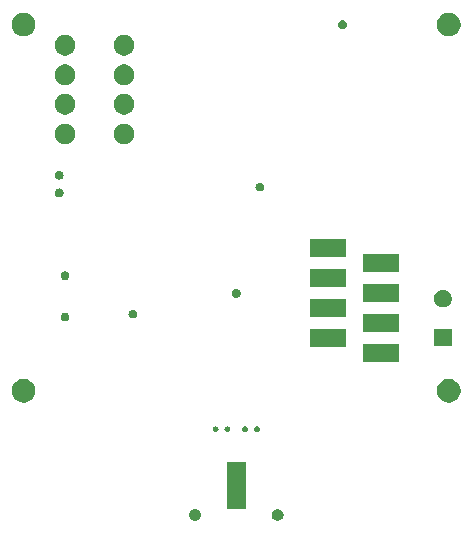
<source format=gbr>
%TF.GenerationSoftware,KiCad,Pcbnew,5.0.1-33cea8e~67~ubuntu18.04.1*%
%TF.CreationDate,2019-01-09T21:02:38+01:00*%
%TF.ProjectId,hvac-sensor-module,687661632D73656E736F722D6D6F6475,1.0*%
%TF.SameCoordinates,Original*%
%TF.FileFunction,Soldermask,Bot*%
%TF.FilePolarity,Negative*%
%FSLAX46Y46*%
G04 Gerber Fmt 4.6, Leading zero omitted, Abs format (unit mm)*
G04 Created by KiCad (PCBNEW 5.0.1-33cea8e~67~ubuntu18.04.1) date Mi 09 Jan 2019 21:02:38 CET*
%MOMM*%
%LPD*%
G01*
G04 APERTURE LIST*
%ADD10C,0.100000*%
G04 APERTURE END LIST*
D10*
G36*
X148645845Y-123019215D02*
X148736839Y-123056906D01*
X148817640Y-123110896D01*
X148818734Y-123111627D01*
X148888373Y-123181266D01*
X148943095Y-123263163D01*
X148980785Y-123354155D01*
X149000000Y-123450755D01*
X149000000Y-123549245D01*
X148980785Y-123645845D01*
X148943095Y-123736837D01*
X148888373Y-123818734D01*
X148818734Y-123888373D01*
X148818731Y-123888375D01*
X148736839Y-123943094D01*
X148645845Y-123980785D01*
X148549246Y-124000000D01*
X148450754Y-124000000D01*
X148354155Y-123980785D01*
X148263161Y-123943094D01*
X148181269Y-123888375D01*
X148181266Y-123888373D01*
X148111627Y-123818734D01*
X148056905Y-123736837D01*
X148019215Y-123645845D01*
X148000000Y-123549245D01*
X148000000Y-123450755D01*
X148019215Y-123354155D01*
X148056905Y-123263163D01*
X148111627Y-123181266D01*
X148181266Y-123111627D01*
X148182360Y-123110896D01*
X148263161Y-123056906D01*
X148354155Y-123019215D01*
X148450754Y-123000000D01*
X148549246Y-123000000D01*
X148645845Y-123019215D01*
X148645845Y-123019215D01*
G37*
G36*
X141645845Y-123019215D02*
X141736839Y-123056906D01*
X141817640Y-123110896D01*
X141818734Y-123111627D01*
X141888373Y-123181266D01*
X141943095Y-123263163D01*
X141980785Y-123354155D01*
X142000000Y-123450755D01*
X142000000Y-123549245D01*
X141980785Y-123645845D01*
X141943095Y-123736837D01*
X141888373Y-123818734D01*
X141818734Y-123888373D01*
X141818731Y-123888375D01*
X141736839Y-123943094D01*
X141645845Y-123980785D01*
X141549246Y-124000000D01*
X141450754Y-124000000D01*
X141354155Y-123980785D01*
X141263161Y-123943094D01*
X141181269Y-123888375D01*
X141181266Y-123888373D01*
X141111627Y-123818734D01*
X141056905Y-123736837D01*
X141019215Y-123645845D01*
X141000000Y-123549245D01*
X141000000Y-123450755D01*
X141019215Y-123354155D01*
X141056905Y-123263163D01*
X141111627Y-123181266D01*
X141181266Y-123111627D01*
X141182360Y-123110896D01*
X141263161Y-123056906D01*
X141354155Y-123019215D01*
X141450754Y-123000000D01*
X141549246Y-123000000D01*
X141645845Y-123019215D01*
X141645845Y-123019215D01*
G37*
G36*
X145800000Y-123000000D02*
X144200000Y-123000000D01*
X144200000Y-119000000D01*
X145800000Y-119000000D01*
X145800000Y-123000000D01*
X145800000Y-123000000D01*
G37*
G36*
X144286698Y-116002402D02*
X144322922Y-116009607D01*
X144368420Y-116028453D01*
X144409366Y-116055812D01*
X144444188Y-116090634D01*
X144471547Y-116131580D01*
X144490393Y-116177078D01*
X144500000Y-116225377D01*
X144500000Y-116274623D01*
X144490393Y-116322922D01*
X144471547Y-116368420D01*
X144444188Y-116409366D01*
X144409366Y-116444188D01*
X144368420Y-116471547D01*
X144322922Y-116490393D01*
X144286698Y-116497598D01*
X144274624Y-116500000D01*
X144225376Y-116500000D01*
X144213302Y-116497598D01*
X144177078Y-116490393D01*
X144131580Y-116471547D01*
X144090634Y-116444188D01*
X144055812Y-116409366D01*
X144028453Y-116368420D01*
X144009607Y-116322922D01*
X144000000Y-116274623D01*
X144000000Y-116225377D01*
X144009607Y-116177078D01*
X144028453Y-116131580D01*
X144055812Y-116090634D01*
X144090634Y-116055812D01*
X144131580Y-116028453D01*
X144177078Y-116009607D01*
X144213302Y-116002402D01*
X144225376Y-116000000D01*
X144274624Y-116000000D01*
X144286698Y-116002402D01*
X144286698Y-116002402D01*
G37*
G36*
X143286698Y-116002402D02*
X143322922Y-116009607D01*
X143368420Y-116028453D01*
X143409366Y-116055812D01*
X143444188Y-116090634D01*
X143471547Y-116131580D01*
X143490393Y-116177078D01*
X143500000Y-116225377D01*
X143500000Y-116274623D01*
X143490393Y-116322922D01*
X143471547Y-116368420D01*
X143444188Y-116409366D01*
X143409366Y-116444188D01*
X143368420Y-116471547D01*
X143322922Y-116490393D01*
X143286698Y-116497598D01*
X143274624Y-116500000D01*
X143225376Y-116500000D01*
X143213302Y-116497598D01*
X143177078Y-116490393D01*
X143131580Y-116471547D01*
X143090634Y-116444188D01*
X143055812Y-116409366D01*
X143028453Y-116368420D01*
X143009607Y-116322922D01*
X143000000Y-116274623D01*
X143000000Y-116225377D01*
X143009607Y-116177078D01*
X143028453Y-116131580D01*
X143055812Y-116090634D01*
X143090634Y-116055812D01*
X143131580Y-116028453D01*
X143177078Y-116009607D01*
X143213302Y-116002402D01*
X143225376Y-116000000D01*
X143274624Y-116000000D01*
X143286698Y-116002402D01*
X143286698Y-116002402D01*
G37*
G36*
X145786698Y-116002402D02*
X145822922Y-116009607D01*
X145868420Y-116028453D01*
X145909366Y-116055812D01*
X145944188Y-116090634D01*
X145971547Y-116131580D01*
X145990393Y-116177078D01*
X146000000Y-116225377D01*
X146000000Y-116274623D01*
X145990393Y-116322922D01*
X145971547Y-116368420D01*
X145944188Y-116409366D01*
X145909366Y-116444188D01*
X145868420Y-116471547D01*
X145822922Y-116490393D01*
X145786698Y-116497598D01*
X145774624Y-116500000D01*
X145725376Y-116500000D01*
X145713302Y-116497598D01*
X145677078Y-116490393D01*
X145631580Y-116471547D01*
X145590634Y-116444188D01*
X145555812Y-116409366D01*
X145528453Y-116368420D01*
X145509607Y-116322922D01*
X145500000Y-116274623D01*
X145500000Y-116225377D01*
X145509607Y-116177078D01*
X145528453Y-116131580D01*
X145555812Y-116090634D01*
X145590634Y-116055812D01*
X145631580Y-116028453D01*
X145677078Y-116009607D01*
X145713302Y-116002402D01*
X145725376Y-116000000D01*
X145774624Y-116000000D01*
X145786698Y-116002402D01*
X145786698Y-116002402D01*
G37*
G36*
X146786698Y-116002402D02*
X146822922Y-116009607D01*
X146868420Y-116028453D01*
X146909366Y-116055812D01*
X146944188Y-116090634D01*
X146971547Y-116131580D01*
X146990393Y-116177078D01*
X147000000Y-116225377D01*
X147000000Y-116274623D01*
X146990393Y-116322922D01*
X146971547Y-116368420D01*
X146944188Y-116409366D01*
X146909366Y-116444188D01*
X146868420Y-116471547D01*
X146822922Y-116490393D01*
X146786698Y-116497598D01*
X146774624Y-116500000D01*
X146725376Y-116500000D01*
X146713302Y-116497598D01*
X146677078Y-116490393D01*
X146631580Y-116471547D01*
X146590634Y-116444188D01*
X146555812Y-116409366D01*
X146528453Y-116368420D01*
X146509607Y-116322922D01*
X146500000Y-116274623D01*
X146500000Y-116225377D01*
X146509607Y-116177078D01*
X146528453Y-116131580D01*
X146555812Y-116090634D01*
X146590634Y-116055812D01*
X146631580Y-116028453D01*
X146677078Y-116009607D01*
X146713302Y-116002402D01*
X146725376Y-116000000D01*
X146774624Y-116000000D01*
X146786698Y-116002402D01*
X146786698Y-116002402D01*
G37*
G36*
X163175770Y-112015372D02*
X163291689Y-112038429D01*
X163473678Y-112113811D01*
X163637463Y-112223249D01*
X163776751Y-112362537D01*
X163886189Y-112526322D01*
X163961571Y-112708311D01*
X164000000Y-112901509D01*
X164000000Y-113098491D01*
X163961571Y-113291689D01*
X163886189Y-113473678D01*
X163776751Y-113637463D01*
X163637463Y-113776751D01*
X163473678Y-113886189D01*
X163291689Y-113961571D01*
X163175770Y-113984628D01*
X163098493Y-114000000D01*
X162901507Y-114000000D01*
X162824230Y-113984628D01*
X162708311Y-113961571D01*
X162526322Y-113886189D01*
X162362537Y-113776751D01*
X162223249Y-113637463D01*
X162113811Y-113473678D01*
X162038429Y-113291689D01*
X162000000Y-113098491D01*
X162000000Y-112901509D01*
X162038429Y-112708311D01*
X162113811Y-112526322D01*
X162223249Y-112362537D01*
X162362537Y-112223249D01*
X162526322Y-112113811D01*
X162708311Y-112038429D01*
X162824230Y-112015372D01*
X162901507Y-112000000D01*
X163098493Y-112000000D01*
X163175770Y-112015372D01*
X163175770Y-112015372D01*
G37*
G36*
X127175770Y-112015372D02*
X127291689Y-112038429D01*
X127473678Y-112113811D01*
X127637463Y-112223249D01*
X127776751Y-112362537D01*
X127886189Y-112526322D01*
X127961571Y-112708311D01*
X128000000Y-112901509D01*
X128000000Y-113098491D01*
X127961571Y-113291689D01*
X127886189Y-113473678D01*
X127776751Y-113637463D01*
X127637463Y-113776751D01*
X127473678Y-113886189D01*
X127291689Y-113961571D01*
X127175770Y-113984628D01*
X127098493Y-114000000D01*
X126901507Y-114000000D01*
X126824230Y-113984628D01*
X126708311Y-113961571D01*
X126526322Y-113886189D01*
X126362537Y-113776751D01*
X126223249Y-113637463D01*
X126113811Y-113473678D01*
X126038429Y-113291689D01*
X126000000Y-113098491D01*
X126000000Y-112901509D01*
X126038429Y-112708311D01*
X126113811Y-112526322D01*
X126223249Y-112362537D01*
X126362537Y-112223249D01*
X126526322Y-112113811D01*
X126708311Y-112038429D01*
X126824230Y-112015372D01*
X126901507Y-112000000D01*
X127098493Y-112000000D01*
X127175770Y-112015372D01*
X127175770Y-112015372D01*
G37*
G36*
X158750000Y-110560000D02*
X155750000Y-110560000D01*
X155750000Y-109060000D01*
X158750000Y-109060000D01*
X158750000Y-110560000D01*
X158750000Y-110560000D01*
G37*
G36*
X154250000Y-109290000D02*
X151250000Y-109290000D01*
X151250000Y-107790000D01*
X154250000Y-107790000D01*
X154250000Y-109290000D01*
X154250000Y-109290000D01*
G37*
G36*
X163250000Y-109250000D02*
X161750000Y-109250000D01*
X161750000Y-107750000D01*
X163250000Y-107750000D01*
X163250000Y-109250000D01*
X163250000Y-109250000D01*
G37*
G36*
X158750000Y-108020000D02*
X155750000Y-108020000D01*
X155750000Y-106520000D01*
X158750000Y-106520000D01*
X158750000Y-108020000D01*
X158750000Y-108020000D01*
G37*
G36*
X130609384Y-106389411D02*
X130677629Y-106417679D01*
X130739049Y-106458719D01*
X130791281Y-106510951D01*
X130832321Y-106572371D01*
X130860589Y-106640616D01*
X130875000Y-106713065D01*
X130875000Y-106786935D01*
X130860589Y-106859384D01*
X130832321Y-106927629D01*
X130791281Y-106989049D01*
X130739049Y-107041281D01*
X130677629Y-107082321D01*
X130609384Y-107110589D01*
X130536935Y-107125000D01*
X130463065Y-107125000D01*
X130390616Y-107110589D01*
X130322371Y-107082321D01*
X130260951Y-107041281D01*
X130208719Y-106989049D01*
X130167679Y-106927629D01*
X130139411Y-106859384D01*
X130125000Y-106786935D01*
X130125000Y-106713065D01*
X130139411Y-106640616D01*
X130167679Y-106572371D01*
X130208719Y-106510951D01*
X130260951Y-106458719D01*
X130322371Y-106417679D01*
X130390616Y-106389411D01*
X130463065Y-106375000D01*
X130536935Y-106375000D01*
X130609384Y-106389411D01*
X130609384Y-106389411D01*
G37*
G36*
X136359384Y-106139411D02*
X136427629Y-106167679D01*
X136489049Y-106208719D01*
X136541281Y-106260951D01*
X136582321Y-106322371D01*
X136610589Y-106390616D01*
X136625000Y-106463065D01*
X136625000Y-106536935D01*
X136610589Y-106609384D01*
X136582321Y-106677629D01*
X136541281Y-106739049D01*
X136489049Y-106791281D01*
X136427629Y-106832321D01*
X136359384Y-106860589D01*
X136286935Y-106875000D01*
X136213065Y-106875000D01*
X136140616Y-106860589D01*
X136072371Y-106832321D01*
X136010951Y-106791281D01*
X135958719Y-106739049D01*
X135917679Y-106677629D01*
X135889411Y-106609384D01*
X135875000Y-106536935D01*
X135875000Y-106463065D01*
X135889411Y-106390616D01*
X135917679Y-106322371D01*
X135958719Y-106260951D01*
X136010951Y-106208719D01*
X136072371Y-106167679D01*
X136140616Y-106139411D01*
X136213065Y-106125000D01*
X136286935Y-106125000D01*
X136359384Y-106139411D01*
X136359384Y-106139411D01*
G37*
G36*
X154250000Y-106750000D02*
X151250000Y-106750000D01*
X151250000Y-105250000D01*
X154250000Y-105250000D01*
X154250000Y-106750000D01*
X154250000Y-106750000D01*
G37*
G36*
X162646318Y-104464411D02*
X162718767Y-104478822D01*
X162775303Y-104502240D01*
X162855257Y-104535358D01*
X162978100Y-104617439D01*
X163082561Y-104721900D01*
X163164642Y-104844743D01*
X163221178Y-104981234D01*
X163250000Y-105126130D01*
X163250000Y-105273870D01*
X163221178Y-105418766D01*
X163164642Y-105555257D01*
X163082561Y-105678100D01*
X162978100Y-105782561D01*
X162855257Y-105864642D01*
X162775303Y-105897760D01*
X162718767Y-105921178D01*
X162646318Y-105935589D01*
X162573870Y-105950000D01*
X162426130Y-105950000D01*
X162353682Y-105935589D01*
X162281233Y-105921178D01*
X162224697Y-105897760D01*
X162144743Y-105864642D01*
X162021900Y-105782561D01*
X161917439Y-105678100D01*
X161835358Y-105555257D01*
X161778822Y-105418766D01*
X161750000Y-105273870D01*
X161750000Y-105126130D01*
X161778822Y-104981234D01*
X161835358Y-104844743D01*
X161917439Y-104721900D01*
X162021900Y-104617439D01*
X162144743Y-104535358D01*
X162224697Y-104502240D01*
X162281233Y-104478822D01*
X162353682Y-104464411D01*
X162426130Y-104450000D01*
X162573870Y-104450000D01*
X162646318Y-104464411D01*
X162646318Y-104464411D01*
G37*
G36*
X158750000Y-105480000D02*
X155750000Y-105480000D01*
X155750000Y-103980000D01*
X158750000Y-103980000D01*
X158750000Y-105480000D01*
X158750000Y-105480000D01*
G37*
G36*
X145109384Y-104389411D02*
X145177629Y-104417679D01*
X145239049Y-104458719D01*
X145291281Y-104510951D01*
X145332321Y-104572371D01*
X145360589Y-104640616D01*
X145375000Y-104713065D01*
X145375000Y-104786935D01*
X145360589Y-104859384D01*
X145332321Y-104927629D01*
X145291281Y-104989049D01*
X145239049Y-105041281D01*
X145177629Y-105082321D01*
X145109384Y-105110589D01*
X145036935Y-105125000D01*
X144963065Y-105125000D01*
X144890616Y-105110589D01*
X144822371Y-105082321D01*
X144760951Y-105041281D01*
X144708719Y-104989049D01*
X144667679Y-104927629D01*
X144639411Y-104859384D01*
X144625000Y-104786935D01*
X144625000Y-104713065D01*
X144639411Y-104640616D01*
X144667679Y-104572371D01*
X144708719Y-104510951D01*
X144760951Y-104458719D01*
X144822371Y-104417679D01*
X144890616Y-104389411D01*
X144963065Y-104375000D01*
X145036935Y-104375000D01*
X145109384Y-104389411D01*
X145109384Y-104389411D01*
G37*
G36*
X154250000Y-104210000D02*
X151250000Y-104210000D01*
X151250000Y-102710000D01*
X154250000Y-102710000D01*
X154250000Y-104210000D01*
X154250000Y-104210000D01*
G37*
G36*
X130609384Y-102889411D02*
X130677629Y-102917679D01*
X130739049Y-102958719D01*
X130791281Y-103010951D01*
X130832321Y-103072371D01*
X130860589Y-103140616D01*
X130875000Y-103213065D01*
X130875000Y-103286935D01*
X130860589Y-103359384D01*
X130832321Y-103427629D01*
X130791281Y-103489049D01*
X130739049Y-103541281D01*
X130677629Y-103582321D01*
X130609384Y-103610589D01*
X130536935Y-103625000D01*
X130463065Y-103625000D01*
X130390616Y-103610589D01*
X130322371Y-103582321D01*
X130260951Y-103541281D01*
X130208719Y-103489049D01*
X130167679Y-103427629D01*
X130139411Y-103359384D01*
X130125000Y-103286935D01*
X130125000Y-103213065D01*
X130139411Y-103140616D01*
X130167679Y-103072371D01*
X130208719Y-103010951D01*
X130260951Y-102958719D01*
X130322371Y-102917679D01*
X130390616Y-102889411D01*
X130463065Y-102875000D01*
X130536935Y-102875000D01*
X130609384Y-102889411D01*
X130609384Y-102889411D01*
G37*
G36*
X158750000Y-102940000D02*
X155750000Y-102940000D01*
X155750000Y-101440000D01*
X158750000Y-101440000D01*
X158750000Y-102940000D01*
X158750000Y-102940000D01*
G37*
G36*
X154250000Y-101670000D02*
X151250000Y-101670000D01*
X151250000Y-100170000D01*
X154250000Y-100170000D01*
X154250000Y-101670000D01*
X154250000Y-101670000D01*
G37*
G36*
X130109384Y-95889411D02*
X130177629Y-95917679D01*
X130239049Y-95958719D01*
X130291281Y-96010951D01*
X130332321Y-96072371D01*
X130360589Y-96140616D01*
X130375000Y-96213065D01*
X130375000Y-96286935D01*
X130360589Y-96359384D01*
X130332321Y-96427629D01*
X130291281Y-96489049D01*
X130239049Y-96541281D01*
X130177629Y-96582321D01*
X130109384Y-96610589D01*
X130036935Y-96625000D01*
X129963065Y-96625000D01*
X129890616Y-96610589D01*
X129822371Y-96582321D01*
X129760951Y-96541281D01*
X129708719Y-96489049D01*
X129667679Y-96427629D01*
X129639411Y-96359384D01*
X129625000Y-96286935D01*
X129625000Y-96213065D01*
X129639411Y-96140616D01*
X129667679Y-96072371D01*
X129708719Y-96010951D01*
X129760951Y-95958719D01*
X129822371Y-95917679D01*
X129890616Y-95889411D01*
X129963065Y-95875000D01*
X130036935Y-95875000D01*
X130109384Y-95889411D01*
X130109384Y-95889411D01*
G37*
G36*
X147109384Y-95389411D02*
X147177629Y-95417679D01*
X147239049Y-95458719D01*
X147291281Y-95510951D01*
X147332321Y-95572371D01*
X147360589Y-95640616D01*
X147375000Y-95713065D01*
X147375000Y-95786935D01*
X147360589Y-95859384D01*
X147332321Y-95927629D01*
X147291281Y-95989049D01*
X147239049Y-96041281D01*
X147177629Y-96082321D01*
X147109384Y-96110589D01*
X147036935Y-96125000D01*
X146963065Y-96125000D01*
X146890616Y-96110589D01*
X146822371Y-96082321D01*
X146760951Y-96041281D01*
X146708719Y-95989049D01*
X146667679Y-95927629D01*
X146639411Y-95859384D01*
X146625000Y-95786935D01*
X146625000Y-95713065D01*
X146639411Y-95640616D01*
X146667679Y-95572371D01*
X146708719Y-95510951D01*
X146760951Y-95458719D01*
X146822371Y-95417679D01*
X146890616Y-95389411D01*
X146963065Y-95375000D01*
X147036935Y-95375000D01*
X147109384Y-95389411D01*
X147109384Y-95389411D01*
G37*
G36*
X130109384Y-94389411D02*
X130177629Y-94417679D01*
X130239049Y-94458719D01*
X130291281Y-94510951D01*
X130332321Y-94572371D01*
X130360589Y-94640616D01*
X130375000Y-94713065D01*
X130375000Y-94786935D01*
X130360589Y-94859384D01*
X130332321Y-94927629D01*
X130291281Y-94989049D01*
X130239049Y-95041281D01*
X130177629Y-95082321D01*
X130109384Y-95110589D01*
X130036935Y-95125000D01*
X129963065Y-95125000D01*
X129890616Y-95110589D01*
X129822371Y-95082321D01*
X129760951Y-95041281D01*
X129708719Y-94989049D01*
X129667679Y-94927629D01*
X129639411Y-94859384D01*
X129625000Y-94786935D01*
X129625000Y-94713065D01*
X129639411Y-94640616D01*
X129667679Y-94572371D01*
X129708719Y-94510951D01*
X129760951Y-94458719D01*
X129822371Y-94417679D01*
X129890616Y-94389411D01*
X129963065Y-94375000D01*
X130036935Y-94375000D01*
X130109384Y-94389411D01*
X130109384Y-94389411D01*
G37*
G36*
X130755228Y-90408625D02*
X130914467Y-90474584D01*
X131057783Y-90570345D01*
X131179655Y-90692217D01*
X131275416Y-90835533D01*
X131341375Y-90994772D01*
X131375000Y-91163819D01*
X131375000Y-91336181D01*
X131341375Y-91505228D01*
X131275416Y-91664467D01*
X131179655Y-91807783D01*
X131057783Y-91929655D01*
X130914467Y-92025416D01*
X130755228Y-92091375D01*
X130586181Y-92125000D01*
X130413819Y-92125000D01*
X130244772Y-92091375D01*
X130085533Y-92025416D01*
X129942217Y-91929655D01*
X129820345Y-91807783D01*
X129724584Y-91664467D01*
X129658625Y-91505228D01*
X129625000Y-91336181D01*
X129625000Y-91163819D01*
X129658625Y-90994772D01*
X129724584Y-90835533D01*
X129820345Y-90692217D01*
X129942217Y-90570345D01*
X130085533Y-90474584D01*
X130244772Y-90408625D01*
X130413819Y-90375000D01*
X130586181Y-90375000D01*
X130755228Y-90408625D01*
X130755228Y-90408625D01*
G37*
G36*
X135755228Y-90408625D02*
X135914467Y-90474584D01*
X136057783Y-90570345D01*
X136179655Y-90692217D01*
X136275416Y-90835533D01*
X136341375Y-90994772D01*
X136375000Y-91163819D01*
X136375000Y-91336181D01*
X136341375Y-91505228D01*
X136275416Y-91664467D01*
X136179655Y-91807783D01*
X136057783Y-91929655D01*
X135914467Y-92025416D01*
X135755228Y-92091375D01*
X135586181Y-92125000D01*
X135413819Y-92125000D01*
X135244772Y-92091375D01*
X135085533Y-92025416D01*
X134942217Y-91929655D01*
X134820345Y-91807783D01*
X134724584Y-91664467D01*
X134658625Y-91505228D01*
X134625000Y-91336181D01*
X134625000Y-91163819D01*
X134658625Y-90994772D01*
X134724584Y-90835533D01*
X134820345Y-90692217D01*
X134942217Y-90570345D01*
X135085533Y-90474584D01*
X135244772Y-90408625D01*
X135413819Y-90375000D01*
X135586181Y-90375000D01*
X135755228Y-90408625D01*
X135755228Y-90408625D01*
G37*
G36*
X130755228Y-87908625D02*
X130914467Y-87974584D01*
X131057783Y-88070345D01*
X131179655Y-88192217D01*
X131275416Y-88335533D01*
X131341375Y-88494772D01*
X131375000Y-88663819D01*
X131375000Y-88836181D01*
X131341375Y-89005228D01*
X131275416Y-89164467D01*
X131179655Y-89307783D01*
X131057783Y-89429655D01*
X130914467Y-89525416D01*
X130755228Y-89591375D01*
X130586181Y-89625000D01*
X130413819Y-89625000D01*
X130244772Y-89591375D01*
X130085533Y-89525416D01*
X129942217Y-89429655D01*
X129820345Y-89307783D01*
X129724584Y-89164467D01*
X129658625Y-89005228D01*
X129625000Y-88836181D01*
X129625000Y-88663819D01*
X129658625Y-88494772D01*
X129724584Y-88335533D01*
X129820345Y-88192217D01*
X129942217Y-88070345D01*
X130085533Y-87974584D01*
X130244772Y-87908625D01*
X130413819Y-87875000D01*
X130586181Y-87875000D01*
X130755228Y-87908625D01*
X130755228Y-87908625D01*
G37*
G36*
X135755228Y-87908625D02*
X135914467Y-87974584D01*
X136057783Y-88070345D01*
X136179655Y-88192217D01*
X136275416Y-88335533D01*
X136341375Y-88494772D01*
X136375000Y-88663819D01*
X136375000Y-88836181D01*
X136341375Y-89005228D01*
X136275416Y-89164467D01*
X136179655Y-89307783D01*
X136057783Y-89429655D01*
X135914467Y-89525416D01*
X135755228Y-89591375D01*
X135586181Y-89625000D01*
X135413819Y-89625000D01*
X135244772Y-89591375D01*
X135085533Y-89525416D01*
X134942217Y-89429655D01*
X134820345Y-89307783D01*
X134724584Y-89164467D01*
X134658625Y-89005228D01*
X134625000Y-88836181D01*
X134625000Y-88663819D01*
X134658625Y-88494772D01*
X134724584Y-88335533D01*
X134820345Y-88192217D01*
X134942217Y-88070345D01*
X135085533Y-87974584D01*
X135244772Y-87908625D01*
X135413819Y-87875000D01*
X135586181Y-87875000D01*
X135755228Y-87908625D01*
X135755228Y-87908625D01*
G37*
G36*
X130755228Y-85408625D02*
X130914467Y-85474584D01*
X131057783Y-85570345D01*
X131179655Y-85692217D01*
X131275416Y-85835533D01*
X131341375Y-85994772D01*
X131375000Y-86163819D01*
X131375000Y-86336181D01*
X131341375Y-86505228D01*
X131275416Y-86664467D01*
X131179655Y-86807783D01*
X131057783Y-86929655D01*
X130914467Y-87025416D01*
X130755228Y-87091375D01*
X130586181Y-87125000D01*
X130413819Y-87125000D01*
X130244772Y-87091375D01*
X130085533Y-87025416D01*
X129942217Y-86929655D01*
X129820345Y-86807783D01*
X129724584Y-86664467D01*
X129658625Y-86505228D01*
X129625000Y-86336181D01*
X129625000Y-86163819D01*
X129658625Y-85994772D01*
X129724584Y-85835533D01*
X129820345Y-85692217D01*
X129942217Y-85570345D01*
X130085533Y-85474584D01*
X130244772Y-85408625D01*
X130413819Y-85375000D01*
X130586181Y-85375000D01*
X130755228Y-85408625D01*
X130755228Y-85408625D01*
G37*
G36*
X135755228Y-85408625D02*
X135914467Y-85474584D01*
X136057783Y-85570345D01*
X136179655Y-85692217D01*
X136275416Y-85835533D01*
X136341375Y-85994772D01*
X136375000Y-86163819D01*
X136375000Y-86336181D01*
X136341375Y-86505228D01*
X136275416Y-86664467D01*
X136179655Y-86807783D01*
X136057783Y-86929655D01*
X135914467Y-87025416D01*
X135755228Y-87091375D01*
X135586181Y-87125000D01*
X135413819Y-87125000D01*
X135244772Y-87091375D01*
X135085533Y-87025416D01*
X134942217Y-86929655D01*
X134820345Y-86807783D01*
X134724584Y-86664467D01*
X134658625Y-86505228D01*
X134625000Y-86336181D01*
X134625000Y-86163819D01*
X134658625Y-85994772D01*
X134724584Y-85835533D01*
X134820345Y-85692217D01*
X134942217Y-85570345D01*
X135085533Y-85474584D01*
X135244772Y-85408625D01*
X135413819Y-85375000D01*
X135586181Y-85375000D01*
X135755228Y-85408625D01*
X135755228Y-85408625D01*
G37*
G36*
X135755228Y-82908625D02*
X135914467Y-82974584D01*
X136057783Y-83070345D01*
X136179655Y-83192217D01*
X136275416Y-83335533D01*
X136341375Y-83494772D01*
X136375000Y-83663819D01*
X136375000Y-83836181D01*
X136341375Y-84005228D01*
X136275416Y-84164467D01*
X136179655Y-84307783D01*
X136057783Y-84429655D01*
X135914467Y-84525416D01*
X135755228Y-84591375D01*
X135586181Y-84625000D01*
X135413819Y-84625000D01*
X135244772Y-84591375D01*
X135085533Y-84525416D01*
X134942217Y-84429655D01*
X134820345Y-84307783D01*
X134724584Y-84164467D01*
X134658625Y-84005228D01*
X134625000Y-83836181D01*
X134625000Y-83663819D01*
X134658625Y-83494772D01*
X134724584Y-83335533D01*
X134820345Y-83192217D01*
X134942217Y-83070345D01*
X135085533Y-82974584D01*
X135244772Y-82908625D01*
X135413819Y-82875000D01*
X135586181Y-82875000D01*
X135755228Y-82908625D01*
X135755228Y-82908625D01*
G37*
G36*
X130755228Y-82908625D02*
X130914467Y-82974584D01*
X131057783Y-83070345D01*
X131179655Y-83192217D01*
X131275416Y-83335533D01*
X131341375Y-83494772D01*
X131375000Y-83663819D01*
X131375000Y-83836181D01*
X131341375Y-84005228D01*
X131275416Y-84164467D01*
X131179655Y-84307783D01*
X131057783Y-84429655D01*
X130914467Y-84525416D01*
X130755228Y-84591375D01*
X130586181Y-84625000D01*
X130413819Y-84625000D01*
X130244772Y-84591375D01*
X130085533Y-84525416D01*
X129942217Y-84429655D01*
X129820345Y-84307783D01*
X129724584Y-84164467D01*
X129658625Y-84005228D01*
X129625000Y-83836181D01*
X129625000Y-83663819D01*
X129658625Y-83494772D01*
X129724584Y-83335533D01*
X129820345Y-83192217D01*
X129942217Y-83070345D01*
X130085533Y-82974584D01*
X130244772Y-82908625D01*
X130413819Y-82875000D01*
X130586181Y-82875000D01*
X130755228Y-82908625D01*
X130755228Y-82908625D01*
G37*
G36*
X163175770Y-81015372D02*
X163291689Y-81038429D01*
X163473678Y-81113811D01*
X163637463Y-81223249D01*
X163776751Y-81362537D01*
X163886189Y-81526322D01*
X163961571Y-81708311D01*
X163984259Y-81822371D01*
X164000000Y-81901507D01*
X164000000Y-82098493D01*
X163984628Y-82175770D01*
X163961571Y-82291689D01*
X163886189Y-82473678D01*
X163776751Y-82637463D01*
X163637463Y-82776751D01*
X163473678Y-82886189D01*
X163291689Y-82961571D01*
X163175770Y-82984628D01*
X163098493Y-83000000D01*
X162901507Y-83000000D01*
X162824230Y-82984628D01*
X162708311Y-82961571D01*
X162526322Y-82886189D01*
X162362537Y-82776751D01*
X162223249Y-82637463D01*
X162113811Y-82473678D01*
X162038429Y-82291689D01*
X162015372Y-82175770D01*
X162000000Y-82098493D01*
X162000000Y-81901507D01*
X162015741Y-81822371D01*
X162038429Y-81708311D01*
X162113811Y-81526322D01*
X162223249Y-81362537D01*
X162362537Y-81223249D01*
X162526322Y-81113811D01*
X162708311Y-81038429D01*
X162824230Y-81015372D01*
X162901507Y-81000000D01*
X163098493Y-81000000D01*
X163175770Y-81015372D01*
X163175770Y-81015372D01*
G37*
G36*
X127175770Y-81015372D02*
X127291689Y-81038429D01*
X127473678Y-81113811D01*
X127637463Y-81223249D01*
X127776751Y-81362537D01*
X127886189Y-81526322D01*
X127961571Y-81708311D01*
X127984259Y-81822371D01*
X128000000Y-81901507D01*
X128000000Y-82098493D01*
X127984628Y-82175770D01*
X127961571Y-82291689D01*
X127886189Y-82473678D01*
X127776751Y-82637463D01*
X127637463Y-82776751D01*
X127473678Y-82886189D01*
X127291689Y-82961571D01*
X127175770Y-82984628D01*
X127098493Y-83000000D01*
X126901507Y-83000000D01*
X126824230Y-82984628D01*
X126708311Y-82961571D01*
X126526322Y-82886189D01*
X126362537Y-82776751D01*
X126223249Y-82637463D01*
X126113811Y-82473678D01*
X126038429Y-82291689D01*
X126015372Y-82175770D01*
X126000000Y-82098493D01*
X126000000Y-81901507D01*
X126015741Y-81822371D01*
X126038429Y-81708311D01*
X126113811Y-81526322D01*
X126223249Y-81362537D01*
X126362537Y-81223249D01*
X126526322Y-81113811D01*
X126708311Y-81038429D01*
X126824230Y-81015372D01*
X126901507Y-81000000D01*
X127098493Y-81000000D01*
X127175770Y-81015372D01*
X127175770Y-81015372D01*
G37*
G36*
X154109384Y-81639411D02*
X154177629Y-81667679D01*
X154239049Y-81708719D01*
X154291281Y-81760951D01*
X154332321Y-81822371D01*
X154360589Y-81890616D01*
X154375000Y-81963065D01*
X154375000Y-82036935D01*
X154360589Y-82109384D01*
X154332321Y-82177629D01*
X154291281Y-82239049D01*
X154239049Y-82291281D01*
X154177629Y-82332321D01*
X154109384Y-82360589D01*
X154036935Y-82375000D01*
X153963065Y-82375000D01*
X153890616Y-82360589D01*
X153822371Y-82332321D01*
X153760951Y-82291281D01*
X153708719Y-82239049D01*
X153667679Y-82177629D01*
X153639411Y-82109384D01*
X153625000Y-82036935D01*
X153625000Y-81963065D01*
X153639411Y-81890616D01*
X153667679Y-81822371D01*
X153708719Y-81760951D01*
X153760951Y-81708719D01*
X153822371Y-81667679D01*
X153890616Y-81639411D01*
X153963065Y-81625000D01*
X154036935Y-81625000D01*
X154109384Y-81639411D01*
X154109384Y-81639411D01*
G37*
M02*

</source>
